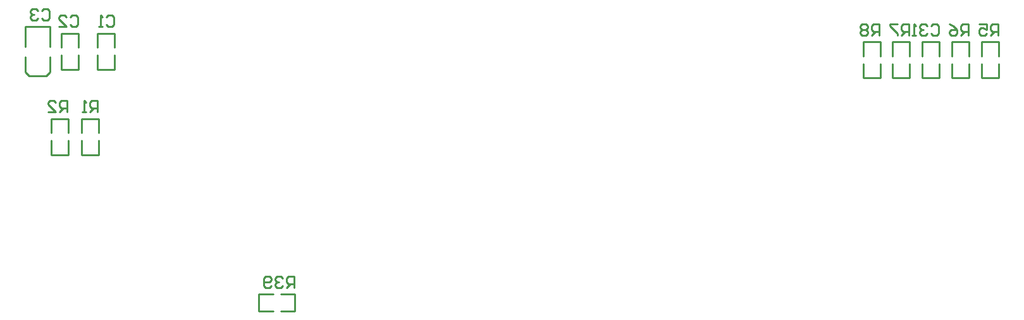
<source format=gbo>
G04 Layer_Color=32896*
%FSLAX25Y25*%
%MOIN*%
G70*
G01*
G75*
%ADD25C,0.01000*%
D25*
X652500Y401640D02*
Y409140D01*
X643500Y401640D02*
Y409140D01*
Y413140D02*
Y420640D01*
X652500Y413140D02*
Y420640D01*
X643500Y401640D02*
X652500D01*
X643500Y420640D02*
X652500D01*
X612250Y413140D02*
Y420640D01*
X621250Y413140D02*
Y420640D01*
Y401640D02*
Y409140D01*
X612250Y401640D02*
Y409140D01*
Y420640D02*
X621250D01*
X612250Y401640D02*
X621250D01*
X627875Y413140D02*
Y420640D01*
X636875Y413140D02*
Y420640D01*
Y401640D02*
Y409140D01*
X627875Y401640D02*
Y409140D01*
Y420640D02*
X636875D01*
X627875Y401640D02*
X636875D01*
X596625Y413140D02*
Y420640D01*
X605625Y413140D02*
Y420640D01*
Y401640D02*
Y409140D01*
X596625Y401640D02*
Y409140D01*
Y420640D02*
X605625D01*
X596625Y401640D02*
X605625D01*
X590000D02*
Y409140D01*
X581000Y401640D02*
Y409140D01*
Y413140D02*
Y420640D01*
X590000Y413140D02*
Y420640D01*
X581000Y401640D02*
X590000D01*
X581000Y420640D02*
X590000D01*
X153000Y372640D02*
Y380140D01*
X162000Y372640D02*
Y380140D01*
Y361140D02*
Y368640D01*
X153000Y361140D02*
Y368640D01*
Y380140D02*
X162000D01*
X153000Y361140D02*
X162000D01*
X169000Y372640D02*
Y380140D01*
X178000Y372640D02*
Y380140D01*
Y361140D02*
Y368640D01*
X169000Y361140D02*
Y368640D01*
Y380140D02*
X178000D01*
X169000Y361140D02*
X178000D01*
X177500Y417640D02*
Y425140D01*
X186500Y417640D02*
Y425140D01*
Y406140D02*
Y413640D01*
X177500Y406140D02*
Y413640D01*
Y425140D02*
X186500D01*
X177500Y406140D02*
X186500D01*
X158500Y417640D02*
Y425140D01*
X167500Y417640D02*
Y425140D01*
Y406140D02*
Y413640D01*
X158500Y406140D02*
Y413640D01*
Y425140D02*
X167500D01*
X158500Y406140D02*
X167500D01*
X139500Y404640D02*
X141500Y402640D01*
X150500D02*
X152500Y404640D01*
X141500Y402640D02*
X150500D01*
X139500Y428640D02*
X152500D01*
Y404640D02*
Y412640D01*
X139500Y404640D02*
Y412640D01*
X152500Y418140D02*
Y428640D01*
X139500Y418140D02*
Y428640D01*
X262500Y278640D02*
X270000D01*
X262500Y287640D02*
X270000D01*
X274000D02*
X281500D01*
X274000Y278640D02*
X281500D01*
X262500D02*
Y287640D01*
X281500Y278640D02*
Y287640D01*
X182101Y433739D02*
X183101Y434738D01*
X185100D01*
X186100Y433739D01*
Y429740D01*
X185100Y428740D01*
X183101D01*
X182101Y429740D01*
X180102Y428740D02*
X178103D01*
X179102D01*
Y434738D01*
X180102Y433739D01*
X163101D02*
X164101Y434738D01*
X166100D01*
X167100Y433739D01*
Y429740D01*
X166100Y428740D01*
X164101D01*
X163101Y429740D01*
X157103Y428740D02*
X161102D01*
X157103Y432739D01*
Y433739D01*
X158103Y434738D01*
X160102D01*
X161102Y433739D01*
X148101Y437239D02*
X149101Y438238D01*
X151100D01*
X152100Y437239D01*
Y433240D01*
X151100Y432240D01*
X149101D01*
X148101Y433240D01*
X146102Y437239D02*
X145102Y438238D01*
X143103D01*
X142103Y437239D01*
Y436239D01*
X143103Y435239D01*
X144103D01*
X143103D01*
X142103Y434239D01*
Y433240D01*
X143103Y432240D01*
X145102D01*
X146102Y433240D01*
X616851Y429239D02*
X617851Y430238D01*
X619850D01*
X620850Y429239D01*
Y425240D01*
X619850Y424240D01*
X617851D01*
X616851Y425240D01*
X614852Y429239D02*
X613852Y430238D01*
X611853D01*
X610853Y429239D01*
Y428239D01*
X611853Y427239D01*
X612853D01*
X611853D01*
X610853Y426239D01*
Y425240D01*
X611853Y424240D01*
X613852D01*
X614852Y425240D01*
X608854Y424240D02*
X606854D01*
X607854D01*
Y430238D01*
X608854Y429239D01*
X177600Y383740D02*
Y389738D01*
X174601D01*
X173601Y388738D01*
Y386739D01*
X174601Y385739D01*
X177600D01*
X175601D02*
X173601Y383740D01*
X171602D02*
X169603D01*
X170602D01*
Y389738D01*
X171602Y388738D01*
X161600Y383740D02*
Y389738D01*
X158601D01*
X157601Y388738D01*
Y386739D01*
X158601Y385739D01*
X161600D01*
X159601D02*
X157601Y383740D01*
X151603D02*
X155602D01*
X151603Y387739D01*
Y388738D01*
X152603Y389738D01*
X154602D01*
X155602Y388738D01*
X652100Y424240D02*
Y430238D01*
X649101D01*
X648101Y429239D01*
Y427239D01*
X649101Y426239D01*
X652100D01*
X650101D02*
X648101Y424240D01*
X642103Y430238D02*
X646102D01*
Y427239D01*
X644103Y428239D01*
X643103D01*
X642103Y427239D01*
Y425240D01*
X643103Y424240D01*
X645102D01*
X646102Y425240D01*
X636475Y424240D02*
Y430238D01*
X633476D01*
X632476Y429239D01*
Y427239D01*
X633476Y426239D01*
X636475D01*
X634476D02*
X632476Y424240D01*
X626478Y430238D02*
X628478Y429239D01*
X630477Y427239D01*
Y425240D01*
X629477Y424240D01*
X627478D01*
X626478Y425240D01*
Y426239D01*
X627478Y427239D01*
X630477D01*
X605225Y424240D02*
Y430238D01*
X602226D01*
X601226Y429239D01*
Y427239D01*
X602226Y426239D01*
X605225D01*
X603226D02*
X601226Y424240D01*
X599227Y430238D02*
X595228D01*
Y429239D01*
X599227Y425240D01*
Y424240D01*
X589600D02*
Y430238D01*
X586601D01*
X585601Y429239D01*
Y427239D01*
X586601Y426239D01*
X589600D01*
X587601D02*
X585601Y424240D01*
X583602Y429239D02*
X582602Y430238D01*
X580603D01*
X579603Y429239D01*
Y428239D01*
X580603Y427239D01*
X579603Y426239D01*
Y425240D01*
X580603Y424240D01*
X582602D01*
X583602Y425240D01*
Y426239D01*
X582602Y427239D01*
X583602Y428239D01*
Y429239D01*
X582602Y427239D02*
X580603D01*
X281000Y291140D02*
Y297138D01*
X278001D01*
X277001Y296139D01*
Y294139D01*
X278001Y293140D01*
X281000D01*
X279001D02*
X277001Y291140D01*
X275002Y296139D02*
X274002Y297138D01*
X272003D01*
X271003Y296139D01*
Y295139D01*
X272003Y294139D01*
X273003D01*
X272003D01*
X271003Y293140D01*
Y292140D01*
X272003Y291140D01*
X274002D01*
X275002Y292140D01*
X269004D02*
X268004Y291140D01*
X266005D01*
X265005Y292140D01*
Y296139D01*
X266005Y297138D01*
X268004D01*
X269004Y296139D01*
Y295139D01*
X268004Y294139D01*
X265005D01*
M02*

</source>
